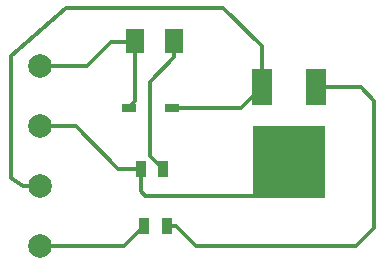
<source format=gtl>
G04 (created by PCBNEW (2013-07-07 BZR 4022)-stable) date 3/8/2015 7:19:45 AM*
%MOIN*%
G04 Gerber Fmt 3.4, Leading zero omitted, Abs format*
%FSLAX34Y34*%
G01*
G70*
G90*
G04 APERTURE LIST*
%ADD10C,0.00590551*%
%ADD11R,0.0472X0.0276*%
%ADD12R,0.06X0.08*%
%ADD13R,0.035X0.055*%
%ADD14R,0.065X0.12*%
%ADD15R,0.24X0.24*%
%ADD16C,0.0787402*%
%ADD17C,0.011811*%
G04 APERTURE END LIST*
G54D10*
G54D11*
X12277Y-9699D03*
X10821Y-9699D03*
G54D12*
X11039Y-7461D03*
X12339Y-7461D03*
G54D13*
X11331Y-13622D03*
X12081Y-13622D03*
X11217Y-11730D03*
X11967Y-11730D03*
G54D14*
X17051Y-9010D03*
G54D15*
X16151Y-11510D03*
G54D14*
X15251Y-9010D03*
G54D16*
X7876Y-8298D03*
X7876Y-10298D03*
X7876Y-12298D03*
X7876Y-14298D03*
G54D17*
X11039Y-7461D02*
X11039Y-9481D01*
X11039Y-9481D02*
X10821Y-9699D01*
X7876Y-8298D02*
X9433Y-8298D01*
X11003Y-7497D02*
X11039Y-7461D01*
X10234Y-7497D02*
X11003Y-7497D01*
X9433Y-8298D02*
X10234Y-7497D01*
X7876Y-14298D02*
X10655Y-14298D01*
X10655Y-14298D02*
X11331Y-13622D01*
X7876Y-12298D02*
X7290Y-12298D01*
X15251Y-7649D02*
X15251Y-9010D01*
X13962Y-6360D02*
X15251Y-7649D01*
X8742Y-6360D02*
X13962Y-6360D01*
X6892Y-7980D02*
X8742Y-6360D01*
X6892Y-12030D02*
X6892Y-7980D01*
X7290Y-12298D02*
X6892Y-12030D01*
X12277Y-9699D02*
X14562Y-9699D01*
X14562Y-9699D02*
X15251Y-9010D01*
X11217Y-11730D02*
X11217Y-12471D01*
X15035Y-12626D02*
X16151Y-11510D01*
X11372Y-12626D02*
X15035Y-12626D01*
X11217Y-12471D02*
X11372Y-12626D01*
X7876Y-10298D02*
X9044Y-10298D01*
X10476Y-11730D02*
X11217Y-11730D01*
X9044Y-10298D02*
X10476Y-11730D01*
X12339Y-7461D02*
X12339Y-8016D01*
X11535Y-11298D02*
X11967Y-11730D01*
X11535Y-8820D02*
X11535Y-11298D01*
X12339Y-8016D02*
X11535Y-8820D01*
X12081Y-13622D02*
X12382Y-13622D01*
X18547Y-9010D02*
X17051Y-9010D01*
X18997Y-9460D02*
X18547Y-9010D01*
X18997Y-13707D02*
X18997Y-9460D01*
X18399Y-14305D02*
X18997Y-13707D01*
X13065Y-14305D02*
X18399Y-14305D01*
X12382Y-13622D02*
X13065Y-14305D01*
M02*

</source>
